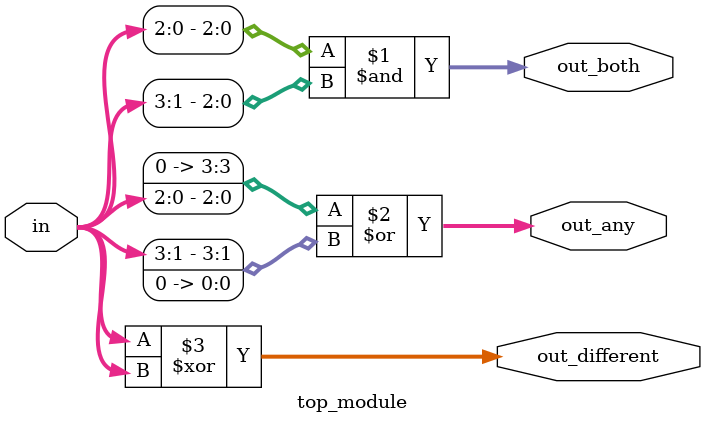
<source format=sv>
module top_module (
	input [3:0] in,
	output [2:0] out_both,
	output [3:0] out_any,
	output [3:0] out_different
);
	assign out_both = in[2:0] & in[3:1];
	assign out_any = {1'b0, in[2:0]} | {in[3:1], 1'b0};
	assign out_different = in ^ {in[3:1], in[0]};
endmodule

</source>
